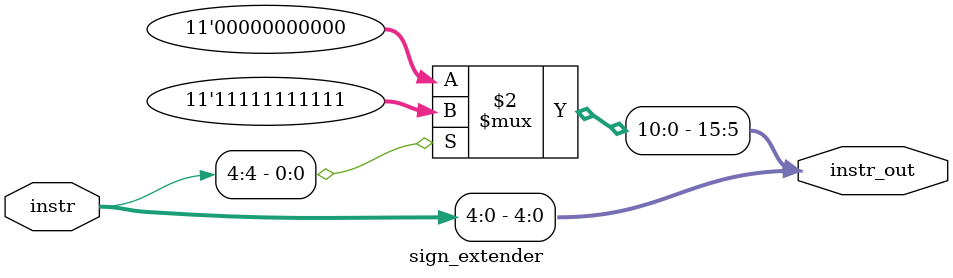
<source format=sv>
module sign_extender (
input logic [4:0] instr,
output logic [15:0] instr_out
);

assign instr_out[4:0]=instr[4:0] ;
assign instr_out[15:5]=(instr[4]==1'b0)?11'b0:11'h7FF;	
endmodule

</source>
